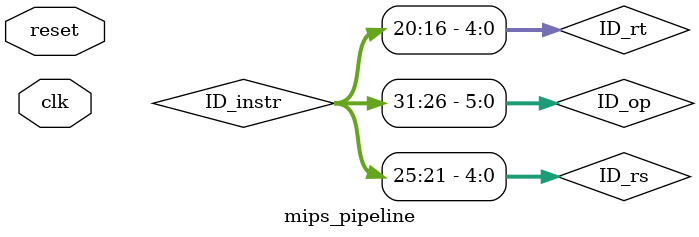
<source format=v>

`include "reg32.v"
`include "mux2.v"
`include "mux3.v"
`include "control_pipeline.v" // `include "control_pipeline.v"
`include "alu.v"
`include "alu_ctl.v"
`include "add32.v"
`include "rom32.v"
`include "mem32.v"    // `include "mem32.v"
`include "reg_file.v" // `include "reg_file.v"

module mips_pipeline(clk, reset);
input clk, reset;
    // @annot{taint_source(ID_instr)}
    // @annot{taint_sink(EX_rt)}

    // @annot{sanitize_glob(reset)}

    // --------------------------------------------------------------------------------
    // VARS
    // --------------------------------------------------------------------------------

    // MODIFICATIONS HERE:
    // Add a new Stall signal
    reg Stall; // @annot{sanitize(Stall)}

    // ID Signal Declarations

    // @annot{sanitize(ID_instr)}
    reg [31:0] ID_instr;  // pipeline register values from EX

    wire [5:0] ID_op, ID_funct;
    wire [4:0] ID_rs, ID_rt, ID_rd;
    wire [15:0] ID_immed;
    wire [31:0] ID_extend, ID_rd1, ID_rd2;
    wire [31:0] ID_jaddr;

    // MODIFICATIONS HERE:
    // Intermediate control signals between the control unit and the stall
    // muxes. We only need to zero writes and branch/jumps, as well as memread
    // which could inadvertently trigger later stalls if its not zeroed.
    wire ID_RegWrite_v, ID_MemWrite_v, ID_MemRead_v, ID_Branch_v, ID_Jump_v;

    wire ID_RegWrite, ID_Branch, ID_RegDst, ID_MemtoReg,  // ID Control signals
         ID_MemRead, ID_MemWrite, ID_ALUSrc, ID_Jump;
    wire [1:0] ID_ALUOp;

    // EX Signals

    // MODIFICATIONS HERE:
    // Add EX_rs
    reg  [31:0] EX_pc4, EX_extend, EX_rd1, EX_rd2; // @annot{sanitize(EX_pc4, EX_extend, EX_rd1, EX_rd2)}
    wire [31:0]  EX_offset, EX_btgt, EX_alub, EX_ALUOut;
    reg  [4:0]  EX_rs, EX_rt, EX_rd; // @annot{sanitize(EX_rs, EX_rt, EX_rd)}
    wire [4:0]  EX_RegRd;
    wire [5:0] EX_funct;

    // @annot{sanitize(EX_RegWrite, EX_Branch, EX_RegDst, EX_MemtoReg, EX_MemRead, EX_MemWrite, EX_ALUSrc)}
    reg  EX_RegWrite, EX_Branch, EX_RegDst, EX_MemtoReg,  // EX Control Signals
         EX_MemRead, EX_MemWrite, EX_ALUSrc;

    wire EX_Zero;

    reg  [1:0] EX_ALUOp; // @annot{sanitize(EX_ALUOp)}
    wire [2:0] EX_Operation;

    // MODIFICATIONS HERE:
    // Add registers for forwarding control
    reg  [1:0] ForwardA, ForwardB; // @annot{sanitize(ForwardA, ForwardB)}

   // MEM Signals

    wire MEM_PCSrc;

    //@annot{sanitize(MEM_RegWrite, MEM_Branch, MEM_MemtoReg, MEM_MemRead, MEM_MemWrite, MEM_Zero)}
    reg  MEM_RegWrite, MEM_Branch, MEM_MemtoReg,
         MEM_MemRead, MEM_MemWrite, MEM_Zero;

    reg  [31:0] MEM_btgt, MEM_ALUOut, MEM_rd2; // @annot{sanitize(MEM_btgt, MEM_ALUOut, MEM_rd2)}
    wire [31:0] MEM_memout;
    reg  [5:0] MEM_RegRd; // @annot{sanitize(MEM_RegRd)}

    // WB Signals

    // @annot{sanitize(WB_RegWrite, WB_MemtoReg)}
    reg WB_RegWrite, WB_MemtoReg;  // WB Control Signals

    reg  [31:0] WB_memout, WB_ALUOut; // @annot{sanitize( WB_memout, WB_ALUOut )}
    wire [31:0] WB_wd;
    reg  [4:0] WB_RegRd; // @annot{sanitize(WB_RegRd)}

    // --------------------------------------------------------------------------------
    // LOGIC
    // --------------------------------------------------------------------------------

    assign ID_op = ID_instr[31:26];
    assign ID_rs = ID_instr[25:21];
    assign ID_rt = ID_instr[20:16];

    always @(posedge clk) begin
        if (reset) begin
          EX_rt <= 0;
        end else begin
          EX_rt <= ID_rt;
        end
    end

    // MODIFICATIONS HERE:
    // Connect ID_Jump to the control unit
    // @annot{sanitize_mod(control_pipeline, ALUOp)}
    // @annot{sanitize_mod(control_pipeline, ALUSrc)}
    // @annot{sanitize_mod(control_pipeline, Branch)}
    // @annot{sanitize_mod(control_pipeline, Jump)}
    // @annot{sanitize_mod(control_pipeline, MemRead)}
    // @annot{sanitize_mod(control_pipeline, MemWrite)}
    // @annot{sanitize_mod(control_pipeline, MemtoReg)}
    // @annot{sanitize_mod(control_pipeline, RegDst)}
    // @annot{sanitize_mod(control_pipeline, RegWrite)}
    control_pipeline CTL(.opcode(ID_op),           .RegDst(ID_RegDst),
                         .ALUSrc(ID_ALUSrc),       .MemtoReg(ID_MemtoReg),
                         .RegWrite(ID_RegWrite_v), .MemRead(ID_MemRead_v),
                         .MemWrite(ID_MemWrite_v), .Branch(ID_Branch_v),
                         .ALUOp(ID_ALUOp),         .Jump(ID_Jump_v));

    mux2 #(1)   ID_MR_SMUX(Stall, ID_MemRead_v,  1'b0, ID_MemRead);

    always @(posedge clk) begin
        if (reset) begin
          EX_MemRead  <= 0;
        end else begin
          EX_MemRead  <= ID_MemRead;
        end
    end

    always @(*)
    begin
        if (EX_MemRead
            && ((EX_rt == ID_rs) || (EX_rt == ID_rt)))
            Stall = 1'b1;
        else
            Stall = 1'b0;
    end

endmodule


</source>
